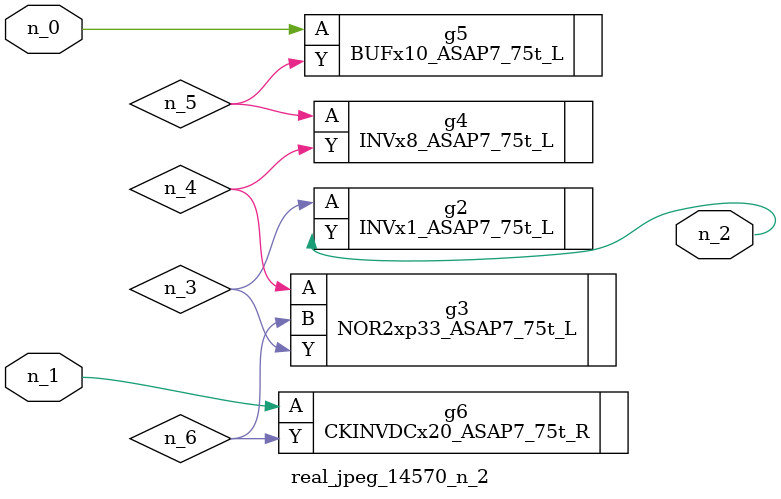
<source format=v>
module real_jpeg_14570_n_2 (n_1, n_0, n_2);

input n_1;
input n_0;

output n_2;

wire n_5;
wire n_4;
wire n_6;
wire n_3;

BUFx10_ASAP7_75t_L g5 ( 
.A(n_0),
.Y(n_5)
);

CKINVDCx20_ASAP7_75t_R g6 ( 
.A(n_1),
.Y(n_6)
);

INVx1_ASAP7_75t_L g2 ( 
.A(n_3),
.Y(n_2)
);

NOR2xp33_ASAP7_75t_L g3 ( 
.A(n_4),
.B(n_6),
.Y(n_3)
);

INVx8_ASAP7_75t_L g4 ( 
.A(n_5),
.Y(n_4)
);


endmodule
</source>
